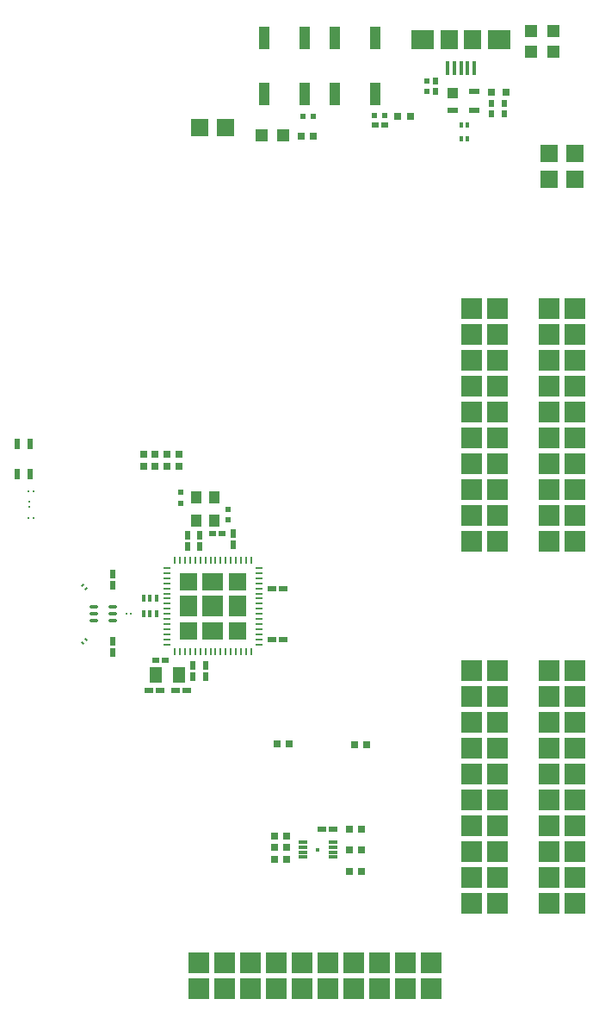
<source format=gtp>
%FSLAX43Y43*%
%MOMM*%
G71*
G01*
G75*
G04 Layer_Color=8421504*
%ADD10O,0.800X0.400*%
%ADD11R,0.205X0.282*%
%ADD12R,0.600X0.900*%
%ADD13C,0.800*%
%ADD14R,0.650X0.800*%
%ADD15R,0.800X0.650*%
%ADD16R,0.600X0.550*%
%ADD17R,0.550X0.600*%
%ADD18R,0.500X0.650*%
%ADD19R,1.200X1.200*%
%ADD20R,1.000X2.250*%
%ADD21R,0.900X0.600*%
%ADD22R,0.500X0.600*%
%ADD23R,0.650X0.500*%
%ADD24R,0.700X0.700*%
%ADD25R,0.305X0.584*%
%ADD26R,0.350X0.700*%
%ADD27R,1.100X0.600*%
%ADD28R,1.100X1.000*%
%ADD29R,1.200X1.200*%
%ADD30R,1.300X1.400*%
%ADD31R,0.850X0.300*%
%ADD32O,0.280X0.800*%
%ADD33O,0.800X0.280*%
%ADD34R,7.650X7.650*%
%ADD35R,1.300X1.600*%
%ADD36R,1.100X1.300*%
%ADD37R,2.300X1.900*%
%ADD38R,0.400X1.400*%
%ADD39R,1.775X1.900*%
%ADD40R,0.600X1.000*%
G04:AMPARAMS|DCode=41|XSize=0.205mm|YSize=0.282mm|CornerRadius=0mm|HoleSize=0mm|Usage=FLASHONLY|Rotation=225.000|XOffset=0mm|YOffset=0mm|HoleType=Round|Shape=Rectangle|*
%AMROTATEDRECTD41*
4,1,4,-0.027,0.172,0.172,-0.027,0.027,-0.172,-0.172,0.027,-0.027,0.172,0.0*
%
%ADD41ROTATEDRECTD41*%

G04:AMPARAMS|DCode=42|XSize=0.205mm|YSize=0.282mm|CornerRadius=0mm|HoleSize=0mm|Usage=FLASHONLY|Rotation=135.000|XOffset=0mm|YOffset=0mm|HoleType=Round|Shape=Rectangle|*
%AMROTATEDRECTD42*
4,1,4,0.172,0.027,-0.027,-0.172,-0.172,-0.027,0.027,0.172,0.172,0.027,0.0*
%
%ADD42ROTATEDRECTD42*%

%ADD43R,0.282X0.205*%
%ADD44C,0.216*%
%ADD45C,0.150*%
%ADD46C,0.125*%
%ADD47C,0.160*%
%ADD48C,0.300*%
%ADD49C,0.200*%
%ADD50C,0.180*%
%ADD51C,0.254*%
%ADD52R,0.216X2.303*%
%ADD53R,2.386X0.197*%
%ADD54R,0.598X0.716*%
%ADD55R,0.600X0.670*%
%ADD56R,0.763X0.125*%
%ADD57R,0.601X0.571*%
%ADD58R,1.650X0.550*%
%ADD59R,2.025X0.450*%
%ADD60R,0.350X3.200*%
%ADD61R,0.450X2.959*%
%ADD62C,3.600*%
%ADD63R,1.700X1.700*%
%ADD64C,1.700*%
%ADD65R,1.700X1.700*%
%ADD66C,1.270*%
%ADD67C,2.400*%
%ADD68C,0.550*%
%ADD69C,0.350*%
%ADD70C,0.380*%
%ADD71C,0.500*%
G04:AMPARAMS|DCode=72|XSize=4.224mm|YSize=4.224mm|CornerRadius=0mm|HoleSize=0mm|Usage=FLASHONLY|Rotation=0.000|XOffset=0mm|YOffset=0mm|HoleType=Round|Shape=Relief|Width=0.254mm|Gap=0.254mm|Entries=4|*
%AMTHD72*
7,0,0,4.224,3.716,0.254,45*
%
%ADD72THD72*%
%ADD73C,1.400*%
G04:AMPARAMS|DCode=74|XSize=2.524mm|YSize=2.524mm|CornerRadius=0mm|HoleSize=0mm|Usage=FLASHONLY|Rotation=0.000|XOffset=0mm|YOffset=0mm|HoleType=Round|Shape=Relief|Width=0.254mm|Gap=0.254mm|Entries=4|*
%AMTHD74*
7,0,0,2.524,2.016,0.254,45*
%
%ADD74THD74*%
%ADD75C,1.600*%
G04:AMPARAMS|DCode=76|XSize=2.724mm|YSize=2.724mm|CornerRadius=0mm|HoleSize=0mm|Usage=FLASHONLY|Rotation=0.000|XOffset=0mm|YOffset=0mm|HoleType=Round|Shape=Relief|Width=0.254mm|Gap=0.254mm|Entries=4|*
%AMTHD76*
7,0,0,2.724,2.216,0.254,45*
%
%ADD76THD76*%
%ADD77C,1.900*%
G04:AMPARAMS|DCode=78|XSize=3.124mm|YSize=3.124mm|CornerRadius=0mm|HoleSize=0mm|Usage=FLASHONLY|Rotation=0.000|XOffset=0mm|YOffset=0mm|HoleType=Round|Shape=Relief|Width=0.254mm|Gap=0.254mm|Entries=4|*
%AMTHD78*
7,0,0,3.124,2.616,0.254,45*
%
%ADD78THD78*%
%ADD79C,0.650*%
%ADD80C,3.100*%
%ADD81C,2.000*%
%ADD82R,1.300X0.600*%
%ADD83R,0.950X1.750*%
%ADD84R,0.762X0.762*%
%ADD85R,0.350X0.850*%
%ADD86C,0.280*%
%ADD87R,0.900X0.650*%
%ADD88R,1.300X1.600*%
%ADD89C,0.400*%
%ADD90C,0.250*%
%ADD91C,1.000*%
%ADD92C,0.102*%
%ADD93C,0.100*%
%ADD94C,0.112*%
%ADD95R,0.800X1.000*%
%ADD96R,0.875X0.550*%
%ADD97R,2.100X2.100*%
%ADD98R,2.100X2.100*%
%ADD99R,1.750X1.750*%
%ADD100R,1.800X1.800*%
%ADD101R,1.800X2.000*%
%ADD102R,2.000X1.800*%
%ADD103R,1.700X1.700*%
%ADD104R,0.300X0.400*%
%ADD105O,0.220X0.740*%
%ADD106O,0.740X0.220*%
%ADD107R,2.050X2.050*%
D10*
X-51750Y-58075D02*
D03*
Y-58725D02*
D03*
Y-59375D02*
D03*
X-49850D02*
D03*
Y-58075D02*
D03*
Y-58725D02*
D03*
D11*
X-48066Y-58693D02*
D03*
X-48541D02*
D03*
X-57669Y-49325D02*
D03*
X-58144D02*
D03*
X-57672Y-46719D02*
D03*
X-58146D02*
D03*
D12*
X-49846Y-55897D02*
D03*
Y-54797D02*
D03*
X-49858Y-61459D02*
D03*
Y-62559D02*
D03*
X-42525Y-51000D02*
D03*
Y-52100D02*
D03*
X-41975Y-63775D02*
D03*
Y-64875D02*
D03*
X-40750D02*
D03*
Y-63775D02*
D03*
X-38025Y-51950D02*
D03*
Y-50850D02*
D03*
X-41325Y-52100D02*
D03*
Y-51000D02*
D03*
D14*
X-45675Y-44250D02*
D03*
Y-43050D02*
D03*
X-46825Y-44250D02*
D03*
Y-43050D02*
D03*
X-44525Y-44250D02*
D03*
Y-43050D02*
D03*
X-43375Y-44250D02*
D03*
Y-43050D02*
D03*
D15*
X-26075Y-71550D02*
D03*
X-24875D02*
D03*
X-33700Y-71525D02*
D03*
X-32500D02*
D03*
X-20600Y-9900D02*
D03*
X-21800D02*
D03*
X-30125Y-11825D02*
D03*
X-31325D02*
D03*
X-25400Y-79875D02*
D03*
X-26600D02*
D03*
X-25400Y-84050D02*
D03*
X-26600D02*
D03*
X-32775Y-80537D02*
D03*
X-33975D02*
D03*
X-32775Y-81675D02*
D03*
X-33975D02*
D03*
X-32775Y-82812D02*
D03*
X-33975D02*
D03*
X-25400Y-81950D02*
D03*
X-26600D02*
D03*
D16*
X-24100Y-9800D02*
D03*
X-23100D02*
D03*
X-31150Y-9850D02*
D03*
X-30150D02*
D03*
D17*
X-19000Y-7400D02*
D03*
Y-6400D02*
D03*
D18*
X-11300Y-8625D02*
D03*
Y-9575D02*
D03*
X-12600Y-8625D02*
D03*
Y-9575D02*
D03*
X-18100Y-6425D02*
D03*
Y-7375D02*
D03*
D19*
X-6500Y-1450D02*
D03*
Y-3550D02*
D03*
X-8750Y-1450D02*
D03*
Y-3550D02*
D03*
D20*
X-28000Y-7650D02*
D03*
Y-2150D02*
D03*
X-24000D02*
D03*
Y-7650D02*
D03*
X-35000D02*
D03*
Y-2150D02*
D03*
X-31000D02*
D03*
Y-7650D02*
D03*
D21*
X-46323Y-66220D02*
D03*
X-45223D02*
D03*
X-43723D02*
D03*
X-42623D02*
D03*
X-34200Y-56225D02*
D03*
X-33100D02*
D03*
X-34190Y-61229D02*
D03*
X-33090D02*
D03*
X-28150Y-79850D02*
D03*
X-29250D02*
D03*
D22*
X-38550Y-49500D02*
D03*
X-38550Y-48450D02*
D03*
X-43200Y-47850D02*
D03*
X-43200Y-46800D02*
D03*
D23*
X-40050Y-50850D02*
D03*
X-39100D02*
D03*
X-24075Y-10675D02*
D03*
X-23125D02*
D03*
X-44675Y-63275D02*
D03*
X-45625D02*
D03*
D24*
X-11200Y-7500D02*
D03*
X-12600D02*
D03*
D25*
X-15021Y-10727D02*
D03*
Y-12073D02*
D03*
X-15579D02*
D03*
Y-10727D02*
D03*
D26*
X-46850Y-58725D02*
D03*
X-46200D02*
D03*
X-45550D02*
D03*
X-46850Y-57225D02*
D03*
X-46200D02*
D03*
X-45550D02*
D03*
D27*
X-14300Y-7400D02*
D03*
Y-9300D02*
D03*
X-16400D02*
D03*
D28*
Y-7600D02*
D03*
D29*
X-33125Y-11750D02*
D03*
X-35225D02*
D03*
D31*
X-31150Y-81125D02*
D03*
Y-81625D02*
D03*
Y-82625D02*
D03*
Y-82125D02*
D03*
X-28200D02*
D03*
Y-82625D02*
D03*
Y-81625D02*
D03*
Y-81125D02*
D03*
D35*
X-45618Y-64725D02*
D03*
X-43318D02*
D03*
D36*
X-39875Y-47243D02*
D03*
Y-49543D02*
D03*
X-41675D02*
D03*
Y-47243D02*
D03*
D37*
X-19350Y-2300D02*
D03*
X-11850D02*
D03*
D38*
X-16900Y-5150D02*
D03*
X-16250D02*
D03*
X-15600D02*
D03*
X-14950D02*
D03*
X-14300D02*
D03*
D39*
X-16763Y-2300D02*
D03*
X-14438D02*
D03*
D40*
X-57950Y-45000D02*
D03*
X-59250D02*
D03*
X-57950Y-42000D02*
D03*
X-59250D02*
D03*
D41*
X-52500Y-61259D02*
D03*
X-52836Y-61595D02*
D03*
D42*
X-52515Y-56236D02*
D03*
X-52851Y-55900D02*
D03*
D43*
X-58108Y-47741D02*
D03*
Y-48215D02*
D03*
D97*
X-18570Y-93030D02*
D03*
X-41430Y-95570D02*
D03*
Y-93030D02*
D03*
X-38890Y-95570D02*
D03*
Y-93030D02*
D03*
X-36350Y-95570D02*
D03*
Y-93030D02*
D03*
X-33810Y-95570D02*
D03*
Y-93030D02*
D03*
X-31270Y-95570D02*
D03*
Y-93030D02*
D03*
X-18570Y-95570D02*
D03*
X-21110Y-93030D02*
D03*
Y-95570D02*
D03*
X-23650Y-93030D02*
D03*
Y-95570D02*
D03*
X-26190Y-93030D02*
D03*
Y-95570D02*
D03*
X-28730Y-93030D02*
D03*
Y-95570D02*
D03*
D98*
X-6970Y-64290D02*
D03*
X-4430Y-87150D02*
D03*
X-6970D02*
D03*
X-4430Y-84610D02*
D03*
X-6970D02*
D03*
X-4430Y-82070D02*
D03*
X-6970D02*
D03*
X-4430Y-79530D02*
D03*
X-6970D02*
D03*
X-4430Y-76990D02*
D03*
X-6970D02*
D03*
X-4430Y-64290D02*
D03*
X-6970Y-66830D02*
D03*
X-4430D02*
D03*
X-6970Y-69370D02*
D03*
X-4430D02*
D03*
X-6970Y-71910D02*
D03*
X-4430D02*
D03*
X-6970Y-74450D02*
D03*
X-4430D02*
D03*
X-12050Y-87150D02*
D03*
X-14590D02*
D03*
Y-84610D02*
D03*
X-12050D02*
D03*
Y-82070D02*
D03*
X-14590D02*
D03*
Y-79530D02*
D03*
X-12050D02*
D03*
X-14590Y-76990D02*
D03*
X-12050D02*
D03*
Y-74450D02*
D03*
X-14590D02*
D03*
Y-71910D02*
D03*
X-12050D02*
D03*
X-14590Y-64290D02*
D03*
Y-66830D02*
D03*
Y-69370D02*
D03*
X-12050D02*
D03*
Y-66830D02*
D03*
Y-64290D02*
D03*
X-6970Y-28730D02*
D03*
X-4430Y-51590D02*
D03*
X-6970D02*
D03*
X-4430Y-49050D02*
D03*
X-6970D02*
D03*
X-4430Y-46510D02*
D03*
X-6970D02*
D03*
X-4430Y-43970D02*
D03*
X-6970D02*
D03*
X-4430Y-41430D02*
D03*
X-6970D02*
D03*
X-4430Y-28730D02*
D03*
X-6970Y-31270D02*
D03*
X-4430D02*
D03*
X-6970Y-33810D02*
D03*
X-4430D02*
D03*
X-6970Y-36350D02*
D03*
X-4430D02*
D03*
X-6970Y-38890D02*
D03*
X-4430D02*
D03*
X-12050Y-51590D02*
D03*
X-14590D02*
D03*
Y-49050D02*
D03*
X-12050D02*
D03*
Y-46510D02*
D03*
X-14590D02*
D03*
Y-43970D02*
D03*
X-12050D02*
D03*
X-14590Y-41430D02*
D03*
X-12050D02*
D03*
Y-38890D02*
D03*
X-14590D02*
D03*
Y-36350D02*
D03*
X-12050D02*
D03*
X-14590Y-28730D02*
D03*
Y-31270D02*
D03*
Y-33810D02*
D03*
X-12050D02*
D03*
Y-31270D02*
D03*
Y-28730D02*
D03*
D99*
X-6970Y-13490D02*
D03*
X-4430D02*
D03*
X-6970Y-16030D02*
D03*
X-4430D02*
D03*
D100*
X-37600Y-55575D02*
D03*
X-42400D02*
D03*
Y-60375D02*
D03*
X-37600D02*
D03*
D101*
Y-57975D02*
D03*
X-42400D02*
D03*
D102*
X-40000Y-55575D02*
D03*
Y-60375D02*
D03*
D103*
X-41270Y-10950D02*
D03*
X-38730D02*
D03*
D104*
X-29675Y-81875D02*
D03*
D105*
X-43750Y-53475D02*
D03*
X-43250D02*
D03*
X-36250Y-62475D02*
D03*
X-37250D02*
D03*
X-38250D02*
D03*
X-38750D02*
D03*
X-42750Y-53475D02*
D03*
X-38250D02*
D03*
X-36750Y-62475D02*
D03*
X-37750D02*
D03*
X-39250D02*
D03*
X-39750D02*
D03*
X-40250D02*
D03*
X-40750D02*
D03*
X-41250Y-62475D02*
D03*
X-41750Y-62475D02*
D03*
X-42250D02*
D03*
X-42750D02*
D03*
X-43250D02*
D03*
X-43750Y-62475D02*
D03*
X-37750Y-53475D02*
D03*
X-42250D02*
D03*
X-41750D02*
D03*
X-41250D02*
D03*
X-40750D02*
D03*
X-40250D02*
D03*
X-39750D02*
D03*
X-39250D02*
D03*
X-38750D02*
D03*
X-37250D02*
D03*
X-36750D02*
D03*
X-36250D02*
D03*
D106*
X-44500Y-57225D02*
D03*
Y-55725D02*
D03*
Y-56225D02*
D03*
Y-56725D02*
D03*
Y-57725D02*
D03*
X-35500Y-57225D02*
D03*
Y-57725D02*
D03*
Y-58225D02*
D03*
Y-58725D02*
D03*
Y-59225D02*
D03*
Y-59725D02*
D03*
Y-60225D02*
D03*
Y-60725D02*
D03*
Y-61225D02*
D03*
Y-61725D02*
D03*
Y-56725D02*
D03*
X-44500Y-61725D02*
D03*
Y-61225D02*
D03*
Y-60725D02*
D03*
Y-60225D02*
D03*
Y-59725D02*
D03*
Y-59225D02*
D03*
Y-58725D02*
D03*
Y-58225D02*
D03*
Y-54225D02*
D03*
Y-54725D02*
D03*
Y-55225D02*
D03*
X-35500Y-54225D02*
D03*
Y-54725D02*
D03*
Y-55225D02*
D03*
Y-55725D02*
D03*
Y-56225D02*
D03*
D107*
X-40000Y-57975D02*
D03*
M02*

</source>
